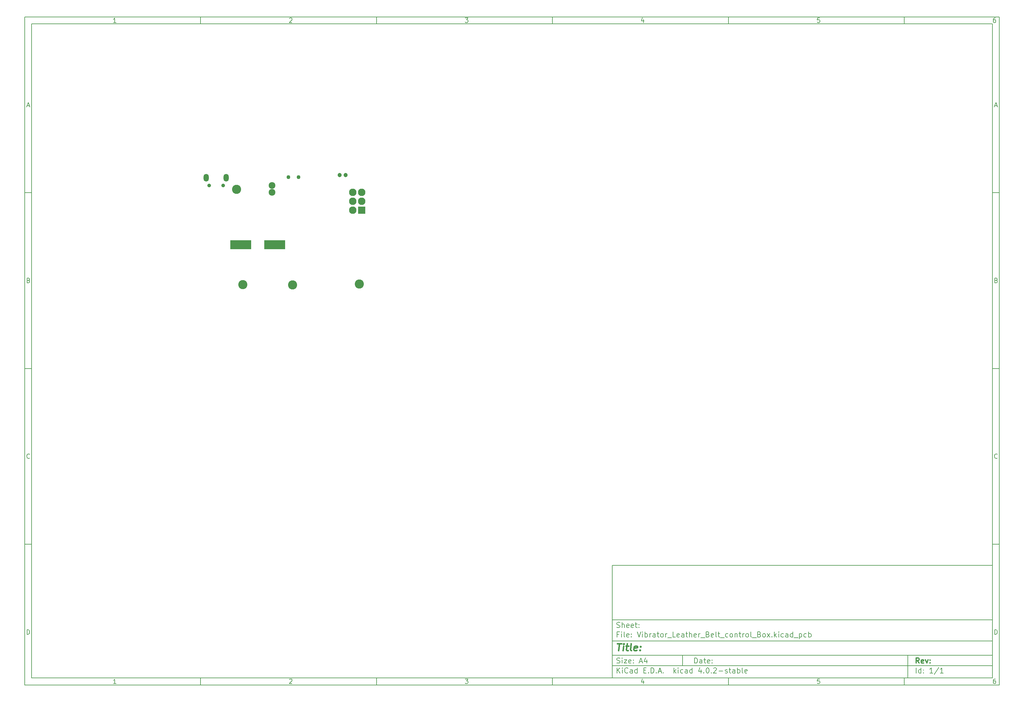
<source format=gbs>
G04 #@! TF.FileFunction,Soldermask,Bot*
%FSLAX46Y46*%
G04 Gerber Fmt 4.6, Leading zero omitted, Abs format (unit mm)*
G04 Created by KiCad (PCBNEW 4.0.2-stable) date 2016 October 13, Thursday 23:14:49*
%MOMM*%
G01*
G04 APERTURE LIST*
%ADD10C,0.100000*%
%ADD11C,0.150000*%
%ADD12C,0.300000*%
%ADD13C,0.400000*%
%ADD14O,1.450000X2.200000*%
%ADD15C,1.050000*%
%ADD16C,1.924000*%
%ADD17C,2.600000*%
%ADD18R,2.127200X2.127200*%
%ADD19O,2.127200X2.127200*%
%ADD20C,1.100000*%
%ADD21C,1.200000*%
%ADD22R,6.000700X2.500580*%
G04 APERTURE END LIST*
D10*
D11*
X177002200Y-166007200D02*
X177002200Y-198007200D01*
X285002200Y-198007200D01*
X285002200Y-166007200D01*
X177002200Y-166007200D01*
D10*
D11*
X10000000Y-10000000D02*
X10000000Y-200007200D01*
X287002200Y-200007200D01*
X287002200Y-10000000D01*
X10000000Y-10000000D01*
D10*
D11*
X12000000Y-12000000D02*
X12000000Y-198007200D01*
X285002200Y-198007200D01*
X285002200Y-12000000D01*
X12000000Y-12000000D01*
D10*
D11*
X60000000Y-12000000D02*
X60000000Y-10000000D01*
D10*
D11*
X110000000Y-12000000D02*
X110000000Y-10000000D01*
D10*
D11*
X160000000Y-12000000D02*
X160000000Y-10000000D01*
D10*
D11*
X210000000Y-12000000D02*
X210000000Y-10000000D01*
D10*
D11*
X260000000Y-12000000D02*
X260000000Y-10000000D01*
D10*
D11*
X35990476Y-11588095D02*
X35247619Y-11588095D01*
X35619048Y-11588095D02*
X35619048Y-10288095D01*
X35495238Y-10473810D01*
X35371429Y-10597619D01*
X35247619Y-10659524D01*
D10*
D11*
X85247619Y-10411905D02*
X85309524Y-10350000D01*
X85433333Y-10288095D01*
X85742857Y-10288095D01*
X85866667Y-10350000D01*
X85928571Y-10411905D01*
X85990476Y-10535714D01*
X85990476Y-10659524D01*
X85928571Y-10845238D01*
X85185714Y-11588095D01*
X85990476Y-11588095D01*
D10*
D11*
X135185714Y-10288095D02*
X135990476Y-10288095D01*
X135557143Y-10783333D01*
X135742857Y-10783333D01*
X135866667Y-10845238D01*
X135928571Y-10907143D01*
X135990476Y-11030952D01*
X135990476Y-11340476D01*
X135928571Y-11464286D01*
X135866667Y-11526190D01*
X135742857Y-11588095D01*
X135371429Y-11588095D01*
X135247619Y-11526190D01*
X135185714Y-11464286D01*
D10*
D11*
X185866667Y-10721429D02*
X185866667Y-11588095D01*
X185557143Y-10226190D02*
X185247619Y-11154762D01*
X186052381Y-11154762D01*
D10*
D11*
X235928571Y-10288095D02*
X235309524Y-10288095D01*
X235247619Y-10907143D01*
X235309524Y-10845238D01*
X235433333Y-10783333D01*
X235742857Y-10783333D01*
X235866667Y-10845238D01*
X235928571Y-10907143D01*
X235990476Y-11030952D01*
X235990476Y-11340476D01*
X235928571Y-11464286D01*
X235866667Y-11526190D01*
X235742857Y-11588095D01*
X235433333Y-11588095D01*
X235309524Y-11526190D01*
X235247619Y-11464286D01*
D10*
D11*
X285866667Y-10288095D02*
X285619048Y-10288095D01*
X285495238Y-10350000D01*
X285433333Y-10411905D01*
X285309524Y-10597619D01*
X285247619Y-10845238D01*
X285247619Y-11340476D01*
X285309524Y-11464286D01*
X285371429Y-11526190D01*
X285495238Y-11588095D01*
X285742857Y-11588095D01*
X285866667Y-11526190D01*
X285928571Y-11464286D01*
X285990476Y-11340476D01*
X285990476Y-11030952D01*
X285928571Y-10907143D01*
X285866667Y-10845238D01*
X285742857Y-10783333D01*
X285495238Y-10783333D01*
X285371429Y-10845238D01*
X285309524Y-10907143D01*
X285247619Y-11030952D01*
D10*
D11*
X60000000Y-198007200D02*
X60000000Y-200007200D01*
D10*
D11*
X110000000Y-198007200D02*
X110000000Y-200007200D01*
D10*
D11*
X160000000Y-198007200D02*
X160000000Y-200007200D01*
D10*
D11*
X210000000Y-198007200D02*
X210000000Y-200007200D01*
D10*
D11*
X260000000Y-198007200D02*
X260000000Y-200007200D01*
D10*
D11*
X35990476Y-199595295D02*
X35247619Y-199595295D01*
X35619048Y-199595295D02*
X35619048Y-198295295D01*
X35495238Y-198481010D01*
X35371429Y-198604819D01*
X35247619Y-198666724D01*
D10*
D11*
X85247619Y-198419105D02*
X85309524Y-198357200D01*
X85433333Y-198295295D01*
X85742857Y-198295295D01*
X85866667Y-198357200D01*
X85928571Y-198419105D01*
X85990476Y-198542914D01*
X85990476Y-198666724D01*
X85928571Y-198852438D01*
X85185714Y-199595295D01*
X85990476Y-199595295D01*
D10*
D11*
X135185714Y-198295295D02*
X135990476Y-198295295D01*
X135557143Y-198790533D01*
X135742857Y-198790533D01*
X135866667Y-198852438D01*
X135928571Y-198914343D01*
X135990476Y-199038152D01*
X135990476Y-199347676D01*
X135928571Y-199471486D01*
X135866667Y-199533390D01*
X135742857Y-199595295D01*
X135371429Y-199595295D01*
X135247619Y-199533390D01*
X135185714Y-199471486D01*
D10*
D11*
X185866667Y-198728629D02*
X185866667Y-199595295D01*
X185557143Y-198233390D02*
X185247619Y-199161962D01*
X186052381Y-199161962D01*
D10*
D11*
X235928571Y-198295295D02*
X235309524Y-198295295D01*
X235247619Y-198914343D01*
X235309524Y-198852438D01*
X235433333Y-198790533D01*
X235742857Y-198790533D01*
X235866667Y-198852438D01*
X235928571Y-198914343D01*
X235990476Y-199038152D01*
X235990476Y-199347676D01*
X235928571Y-199471486D01*
X235866667Y-199533390D01*
X235742857Y-199595295D01*
X235433333Y-199595295D01*
X235309524Y-199533390D01*
X235247619Y-199471486D01*
D10*
D11*
X285866667Y-198295295D02*
X285619048Y-198295295D01*
X285495238Y-198357200D01*
X285433333Y-198419105D01*
X285309524Y-198604819D01*
X285247619Y-198852438D01*
X285247619Y-199347676D01*
X285309524Y-199471486D01*
X285371429Y-199533390D01*
X285495238Y-199595295D01*
X285742857Y-199595295D01*
X285866667Y-199533390D01*
X285928571Y-199471486D01*
X285990476Y-199347676D01*
X285990476Y-199038152D01*
X285928571Y-198914343D01*
X285866667Y-198852438D01*
X285742857Y-198790533D01*
X285495238Y-198790533D01*
X285371429Y-198852438D01*
X285309524Y-198914343D01*
X285247619Y-199038152D01*
D10*
D11*
X10000000Y-60000000D02*
X12000000Y-60000000D01*
D10*
D11*
X10000000Y-110000000D02*
X12000000Y-110000000D01*
D10*
D11*
X10000000Y-160000000D02*
X12000000Y-160000000D01*
D10*
D11*
X10690476Y-35216667D02*
X11309524Y-35216667D01*
X10566667Y-35588095D02*
X11000000Y-34288095D01*
X11433333Y-35588095D01*
D10*
D11*
X11092857Y-84907143D02*
X11278571Y-84969048D01*
X11340476Y-85030952D01*
X11402381Y-85154762D01*
X11402381Y-85340476D01*
X11340476Y-85464286D01*
X11278571Y-85526190D01*
X11154762Y-85588095D01*
X10659524Y-85588095D01*
X10659524Y-84288095D01*
X11092857Y-84288095D01*
X11216667Y-84350000D01*
X11278571Y-84411905D01*
X11340476Y-84535714D01*
X11340476Y-84659524D01*
X11278571Y-84783333D01*
X11216667Y-84845238D01*
X11092857Y-84907143D01*
X10659524Y-84907143D01*
D10*
D11*
X11402381Y-135464286D02*
X11340476Y-135526190D01*
X11154762Y-135588095D01*
X11030952Y-135588095D01*
X10845238Y-135526190D01*
X10721429Y-135402381D01*
X10659524Y-135278571D01*
X10597619Y-135030952D01*
X10597619Y-134845238D01*
X10659524Y-134597619D01*
X10721429Y-134473810D01*
X10845238Y-134350000D01*
X11030952Y-134288095D01*
X11154762Y-134288095D01*
X11340476Y-134350000D01*
X11402381Y-134411905D01*
D10*
D11*
X10659524Y-185588095D02*
X10659524Y-184288095D01*
X10969048Y-184288095D01*
X11154762Y-184350000D01*
X11278571Y-184473810D01*
X11340476Y-184597619D01*
X11402381Y-184845238D01*
X11402381Y-185030952D01*
X11340476Y-185278571D01*
X11278571Y-185402381D01*
X11154762Y-185526190D01*
X10969048Y-185588095D01*
X10659524Y-185588095D01*
D10*
D11*
X287002200Y-60000000D02*
X285002200Y-60000000D01*
D10*
D11*
X287002200Y-110000000D02*
X285002200Y-110000000D01*
D10*
D11*
X287002200Y-160000000D02*
X285002200Y-160000000D01*
D10*
D11*
X285692676Y-35216667D02*
X286311724Y-35216667D01*
X285568867Y-35588095D02*
X286002200Y-34288095D01*
X286435533Y-35588095D01*
D10*
D11*
X286095057Y-84907143D02*
X286280771Y-84969048D01*
X286342676Y-85030952D01*
X286404581Y-85154762D01*
X286404581Y-85340476D01*
X286342676Y-85464286D01*
X286280771Y-85526190D01*
X286156962Y-85588095D01*
X285661724Y-85588095D01*
X285661724Y-84288095D01*
X286095057Y-84288095D01*
X286218867Y-84350000D01*
X286280771Y-84411905D01*
X286342676Y-84535714D01*
X286342676Y-84659524D01*
X286280771Y-84783333D01*
X286218867Y-84845238D01*
X286095057Y-84907143D01*
X285661724Y-84907143D01*
D10*
D11*
X286404581Y-135464286D02*
X286342676Y-135526190D01*
X286156962Y-135588095D01*
X286033152Y-135588095D01*
X285847438Y-135526190D01*
X285723629Y-135402381D01*
X285661724Y-135278571D01*
X285599819Y-135030952D01*
X285599819Y-134845238D01*
X285661724Y-134597619D01*
X285723629Y-134473810D01*
X285847438Y-134350000D01*
X286033152Y-134288095D01*
X286156962Y-134288095D01*
X286342676Y-134350000D01*
X286404581Y-134411905D01*
D10*
D11*
X285661724Y-185588095D02*
X285661724Y-184288095D01*
X285971248Y-184288095D01*
X286156962Y-184350000D01*
X286280771Y-184473810D01*
X286342676Y-184597619D01*
X286404581Y-184845238D01*
X286404581Y-185030952D01*
X286342676Y-185278571D01*
X286280771Y-185402381D01*
X286156962Y-185526190D01*
X285971248Y-185588095D01*
X285661724Y-185588095D01*
D10*
D11*
X200359343Y-193785771D02*
X200359343Y-192285771D01*
X200716486Y-192285771D01*
X200930771Y-192357200D01*
X201073629Y-192500057D01*
X201145057Y-192642914D01*
X201216486Y-192928629D01*
X201216486Y-193142914D01*
X201145057Y-193428629D01*
X201073629Y-193571486D01*
X200930771Y-193714343D01*
X200716486Y-193785771D01*
X200359343Y-193785771D01*
X202502200Y-193785771D02*
X202502200Y-193000057D01*
X202430771Y-192857200D01*
X202287914Y-192785771D01*
X202002200Y-192785771D01*
X201859343Y-192857200D01*
X202502200Y-193714343D02*
X202359343Y-193785771D01*
X202002200Y-193785771D01*
X201859343Y-193714343D01*
X201787914Y-193571486D01*
X201787914Y-193428629D01*
X201859343Y-193285771D01*
X202002200Y-193214343D01*
X202359343Y-193214343D01*
X202502200Y-193142914D01*
X203002200Y-192785771D02*
X203573629Y-192785771D01*
X203216486Y-192285771D02*
X203216486Y-193571486D01*
X203287914Y-193714343D01*
X203430772Y-193785771D01*
X203573629Y-193785771D01*
X204645057Y-193714343D02*
X204502200Y-193785771D01*
X204216486Y-193785771D01*
X204073629Y-193714343D01*
X204002200Y-193571486D01*
X204002200Y-193000057D01*
X204073629Y-192857200D01*
X204216486Y-192785771D01*
X204502200Y-192785771D01*
X204645057Y-192857200D01*
X204716486Y-193000057D01*
X204716486Y-193142914D01*
X204002200Y-193285771D01*
X205359343Y-193642914D02*
X205430771Y-193714343D01*
X205359343Y-193785771D01*
X205287914Y-193714343D01*
X205359343Y-193642914D01*
X205359343Y-193785771D01*
X205359343Y-192857200D02*
X205430771Y-192928629D01*
X205359343Y-193000057D01*
X205287914Y-192928629D01*
X205359343Y-192857200D01*
X205359343Y-193000057D01*
D10*
D11*
X177002200Y-194507200D02*
X285002200Y-194507200D01*
D10*
D11*
X178359343Y-196585771D02*
X178359343Y-195085771D01*
X179216486Y-196585771D02*
X178573629Y-195728629D01*
X179216486Y-195085771D02*
X178359343Y-195942914D01*
X179859343Y-196585771D02*
X179859343Y-195585771D01*
X179859343Y-195085771D02*
X179787914Y-195157200D01*
X179859343Y-195228629D01*
X179930771Y-195157200D01*
X179859343Y-195085771D01*
X179859343Y-195228629D01*
X181430772Y-196442914D02*
X181359343Y-196514343D01*
X181145057Y-196585771D01*
X181002200Y-196585771D01*
X180787915Y-196514343D01*
X180645057Y-196371486D01*
X180573629Y-196228629D01*
X180502200Y-195942914D01*
X180502200Y-195728629D01*
X180573629Y-195442914D01*
X180645057Y-195300057D01*
X180787915Y-195157200D01*
X181002200Y-195085771D01*
X181145057Y-195085771D01*
X181359343Y-195157200D01*
X181430772Y-195228629D01*
X182716486Y-196585771D02*
X182716486Y-195800057D01*
X182645057Y-195657200D01*
X182502200Y-195585771D01*
X182216486Y-195585771D01*
X182073629Y-195657200D01*
X182716486Y-196514343D02*
X182573629Y-196585771D01*
X182216486Y-196585771D01*
X182073629Y-196514343D01*
X182002200Y-196371486D01*
X182002200Y-196228629D01*
X182073629Y-196085771D01*
X182216486Y-196014343D01*
X182573629Y-196014343D01*
X182716486Y-195942914D01*
X184073629Y-196585771D02*
X184073629Y-195085771D01*
X184073629Y-196514343D02*
X183930772Y-196585771D01*
X183645058Y-196585771D01*
X183502200Y-196514343D01*
X183430772Y-196442914D01*
X183359343Y-196300057D01*
X183359343Y-195871486D01*
X183430772Y-195728629D01*
X183502200Y-195657200D01*
X183645058Y-195585771D01*
X183930772Y-195585771D01*
X184073629Y-195657200D01*
X185930772Y-195800057D02*
X186430772Y-195800057D01*
X186645058Y-196585771D02*
X185930772Y-196585771D01*
X185930772Y-195085771D01*
X186645058Y-195085771D01*
X187287915Y-196442914D02*
X187359343Y-196514343D01*
X187287915Y-196585771D01*
X187216486Y-196514343D01*
X187287915Y-196442914D01*
X187287915Y-196585771D01*
X188002201Y-196585771D02*
X188002201Y-195085771D01*
X188359344Y-195085771D01*
X188573629Y-195157200D01*
X188716487Y-195300057D01*
X188787915Y-195442914D01*
X188859344Y-195728629D01*
X188859344Y-195942914D01*
X188787915Y-196228629D01*
X188716487Y-196371486D01*
X188573629Y-196514343D01*
X188359344Y-196585771D01*
X188002201Y-196585771D01*
X189502201Y-196442914D02*
X189573629Y-196514343D01*
X189502201Y-196585771D01*
X189430772Y-196514343D01*
X189502201Y-196442914D01*
X189502201Y-196585771D01*
X190145058Y-196157200D02*
X190859344Y-196157200D01*
X190002201Y-196585771D02*
X190502201Y-195085771D01*
X191002201Y-196585771D01*
X191502201Y-196442914D02*
X191573629Y-196514343D01*
X191502201Y-196585771D01*
X191430772Y-196514343D01*
X191502201Y-196442914D01*
X191502201Y-196585771D01*
X194502201Y-196585771D02*
X194502201Y-195085771D01*
X194645058Y-196014343D02*
X195073629Y-196585771D01*
X195073629Y-195585771D02*
X194502201Y-196157200D01*
X195716487Y-196585771D02*
X195716487Y-195585771D01*
X195716487Y-195085771D02*
X195645058Y-195157200D01*
X195716487Y-195228629D01*
X195787915Y-195157200D01*
X195716487Y-195085771D01*
X195716487Y-195228629D01*
X197073630Y-196514343D02*
X196930773Y-196585771D01*
X196645059Y-196585771D01*
X196502201Y-196514343D01*
X196430773Y-196442914D01*
X196359344Y-196300057D01*
X196359344Y-195871486D01*
X196430773Y-195728629D01*
X196502201Y-195657200D01*
X196645059Y-195585771D01*
X196930773Y-195585771D01*
X197073630Y-195657200D01*
X198359344Y-196585771D02*
X198359344Y-195800057D01*
X198287915Y-195657200D01*
X198145058Y-195585771D01*
X197859344Y-195585771D01*
X197716487Y-195657200D01*
X198359344Y-196514343D02*
X198216487Y-196585771D01*
X197859344Y-196585771D01*
X197716487Y-196514343D01*
X197645058Y-196371486D01*
X197645058Y-196228629D01*
X197716487Y-196085771D01*
X197859344Y-196014343D01*
X198216487Y-196014343D01*
X198359344Y-195942914D01*
X199716487Y-196585771D02*
X199716487Y-195085771D01*
X199716487Y-196514343D02*
X199573630Y-196585771D01*
X199287916Y-196585771D01*
X199145058Y-196514343D01*
X199073630Y-196442914D01*
X199002201Y-196300057D01*
X199002201Y-195871486D01*
X199073630Y-195728629D01*
X199145058Y-195657200D01*
X199287916Y-195585771D01*
X199573630Y-195585771D01*
X199716487Y-195657200D01*
X202216487Y-195585771D02*
X202216487Y-196585771D01*
X201859344Y-195014343D02*
X201502201Y-196085771D01*
X202430773Y-196085771D01*
X203002201Y-196442914D02*
X203073629Y-196514343D01*
X203002201Y-196585771D01*
X202930772Y-196514343D01*
X203002201Y-196442914D01*
X203002201Y-196585771D01*
X204002201Y-195085771D02*
X204145058Y-195085771D01*
X204287915Y-195157200D01*
X204359344Y-195228629D01*
X204430773Y-195371486D01*
X204502201Y-195657200D01*
X204502201Y-196014343D01*
X204430773Y-196300057D01*
X204359344Y-196442914D01*
X204287915Y-196514343D01*
X204145058Y-196585771D01*
X204002201Y-196585771D01*
X203859344Y-196514343D01*
X203787915Y-196442914D01*
X203716487Y-196300057D01*
X203645058Y-196014343D01*
X203645058Y-195657200D01*
X203716487Y-195371486D01*
X203787915Y-195228629D01*
X203859344Y-195157200D01*
X204002201Y-195085771D01*
X205145058Y-196442914D02*
X205216486Y-196514343D01*
X205145058Y-196585771D01*
X205073629Y-196514343D01*
X205145058Y-196442914D01*
X205145058Y-196585771D01*
X205787915Y-195228629D02*
X205859344Y-195157200D01*
X206002201Y-195085771D01*
X206359344Y-195085771D01*
X206502201Y-195157200D01*
X206573630Y-195228629D01*
X206645058Y-195371486D01*
X206645058Y-195514343D01*
X206573630Y-195728629D01*
X205716487Y-196585771D01*
X206645058Y-196585771D01*
X207287915Y-196014343D02*
X208430772Y-196014343D01*
X209073629Y-196514343D02*
X209216486Y-196585771D01*
X209502201Y-196585771D01*
X209645058Y-196514343D01*
X209716486Y-196371486D01*
X209716486Y-196300057D01*
X209645058Y-196157200D01*
X209502201Y-196085771D01*
X209287915Y-196085771D01*
X209145058Y-196014343D01*
X209073629Y-195871486D01*
X209073629Y-195800057D01*
X209145058Y-195657200D01*
X209287915Y-195585771D01*
X209502201Y-195585771D01*
X209645058Y-195657200D01*
X210145058Y-195585771D02*
X210716487Y-195585771D01*
X210359344Y-195085771D02*
X210359344Y-196371486D01*
X210430772Y-196514343D01*
X210573630Y-196585771D01*
X210716487Y-196585771D01*
X211859344Y-196585771D02*
X211859344Y-195800057D01*
X211787915Y-195657200D01*
X211645058Y-195585771D01*
X211359344Y-195585771D01*
X211216487Y-195657200D01*
X211859344Y-196514343D02*
X211716487Y-196585771D01*
X211359344Y-196585771D01*
X211216487Y-196514343D01*
X211145058Y-196371486D01*
X211145058Y-196228629D01*
X211216487Y-196085771D01*
X211359344Y-196014343D01*
X211716487Y-196014343D01*
X211859344Y-195942914D01*
X212573630Y-196585771D02*
X212573630Y-195085771D01*
X212573630Y-195657200D02*
X212716487Y-195585771D01*
X213002201Y-195585771D01*
X213145058Y-195657200D01*
X213216487Y-195728629D01*
X213287916Y-195871486D01*
X213287916Y-196300057D01*
X213216487Y-196442914D01*
X213145058Y-196514343D01*
X213002201Y-196585771D01*
X212716487Y-196585771D01*
X212573630Y-196514343D01*
X214145059Y-196585771D02*
X214002201Y-196514343D01*
X213930773Y-196371486D01*
X213930773Y-195085771D01*
X215287915Y-196514343D02*
X215145058Y-196585771D01*
X214859344Y-196585771D01*
X214716487Y-196514343D01*
X214645058Y-196371486D01*
X214645058Y-195800057D01*
X214716487Y-195657200D01*
X214859344Y-195585771D01*
X215145058Y-195585771D01*
X215287915Y-195657200D01*
X215359344Y-195800057D01*
X215359344Y-195942914D01*
X214645058Y-196085771D01*
D10*
D11*
X177002200Y-191507200D02*
X285002200Y-191507200D01*
D10*
D12*
X264216486Y-193785771D02*
X263716486Y-193071486D01*
X263359343Y-193785771D02*
X263359343Y-192285771D01*
X263930771Y-192285771D01*
X264073629Y-192357200D01*
X264145057Y-192428629D01*
X264216486Y-192571486D01*
X264216486Y-192785771D01*
X264145057Y-192928629D01*
X264073629Y-193000057D01*
X263930771Y-193071486D01*
X263359343Y-193071486D01*
X265430771Y-193714343D02*
X265287914Y-193785771D01*
X265002200Y-193785771D01*
X264859343Y-193714343D01*
X264787914Y-193571486D01*
X264787914Y-193000057D01*
X264859343Y-192857200D01*
X265002200Y-192785771D01*
X265287914Y-192785771D01*
X265430771Y-192857200D01*
X265502200Y-193000057D01*
X265502200Y-193142914D01*
X264787914Y-193285771D01*
X266002200Y-192785771D02*
X266359343Y-193785771D01*
X266716485Y-192785771D01*
X267287914Y-193642914D02*
X267359342Y-193714343D01*
X267287914Y-193785771D01*
X267216485Y-193714343D01*
X267287914Y-193642914D01*
X267287914Y-193785771D01*
X267287914Y-192857200D02*
X267359342Y-192928629D01*
X267287914Y-193000057D01*
X267216485Y-192928629D01*
X267287914Y-192857200D01*
X267287914Y-193000057D01*
D10*
D11*
X178287914Y-193714343D02*
X178502200Y-193785771D01*
X178859343Y-193785771D01*
X179002200Y-193714343D01*
X179073629Y-193642914D01*
X179145057Y-193500057D01*
X179145057Y-193357200D01*
X179073629Y-193214343D01*
X179002200Y-193142914D01*
X178859343Y-193071486D01*
X178573629Y-193000057D01*
X178430771Y-192928629D01*
X178359343Y-192857200D01*
X178287914Y-192714343D01*
X178287914Y-192571486D01*
X178359343Y-192428629D01*
X178430771Y-192357200D01*
X178573629Y-192285771D01*
X178930771Y-192285771D01*
X179145057Y-192357200D01*
X179787914Y-193785771D02*
X179787914Y-192785771D01*
X179787914Y-192285771D02*
X179716485Y-192357200D01*
X179787914Y-192428629D01*
X179859342Y-192357200D01*
X179787914Y-192285771D01*
X179787914Y-192428629D01*
X180359343Y-192785771D02*
X181145057Y-192785771D01*
X180359343Y-193785771D01*
X181145057Y-193785771D01*
X182287914Y-193714343D02*
X182145057Y-193785771D01*
X181859343Y-193785771D01*
X181716486Y-193714343D01*
X181645057Y-193571486D01*
X181645057Y-193000057D01*
X181716486Y-192857200D01*
X181859343Y-192785771D01*
X182145057Y-192785771D01*
X182287914Y-192857200D01*
X182359343Y-193000057D01*
X182359343Y-193142914D01*
X181645057Y-193285771D01*
X183002200Y-193642914D02*
X183073628Y-193714343D01*
X183002200Y-193785771D01*
X182930771Y-193714343D01*
X183002200Y-193642914D01*
X183002200Y-193785771D01*
X183002200Y-192857200D02*
X183073628Y-192928629D01*
X183002200Y-193000057D01*
X182930771Y-192928629D01*
X183002200Y-192857200D01*
X183002200Y-193000057D01*
X184787914Y-193357200D02*
X185502200Y-193357200D01*
X184645057Y-193785771D02*
X185145057Y-192285771D01*
X185645057Y-193785771D01*
X186787914Y-192785771D02*
X186787914Y-193785771D01*
X186430771Y-192214343D02*
X186073628Y-193285771D01*
X187002200Y-193285771D01*
D10*
D11*
X263359343Y-196585771D02*
X263359343Y-195085771D01*
X264716486Y-196585771D02*
X264716486Y-195085771D01*
X264716486Y-196514343D02*
X264573629Y-196585771D01*
X264287915Y-196585771D01*
X264145057Y-196514343D01*
X264073629Y-196442914D01*
X264002200Y-196300057D01*
X264002200Y-195871486D01*
X264073629Y-195728629D01*
X264145057Y-195657200D01*
X264287915Y-195585771D01*
X264573629Y-195585771D01*
X264716486Y-195657200D01*
X265430772Y-196442914D02*
X265502200Y-196514343D01*
X265430772Y-196585771D01*
X265359343Y-196514343D01*
X265430772Y-196442914D01*
X265430772Y-196585771D01*
X265430772Y-195657200D02*
X265502200Y-195728629D01*
X265430772Y-195800057D01*
X265359343Y-195728629D01*
X265430772Y-195657200D01*
X265430772Y-195800057D01*
X268073629Y-196585771D02*
X267216486Y-196585771D01*
X267645058Y-196585771D02*
X267645058Y-195085771D01*
X267502201Y-195300057D01*
X267359343Y-195442914D01*
X267216486Y-195514343D01*
X269787914Y-195014343D02*
X268502200Y-196942914D01*
X271073629Y-196585771D02*
X270216486Y-196585771D01*
X270645058Y-196585771D02*
X270645058Y-195085771D01*
X270502201Y-195300057D01*
X270359343Y-195442914D01*
X270216486Y-195514343D01*
D10*
D11*
X177002200Y-187507200D02*
X285002200Y-187507200D01*
D10*
D13*
X178454581Y-188211962D02*
X179597438Y-188211962D01*
X178776010Y-190211962D02*
X179026010Y-188211962D01*
X180014105Y-190211962D02*
X180180771Y-188878629D01*
X180264105Y-188211962D02*
X180156962Y-188307200D01*
X180240295Y-188402438D01*
X180347439Y-188307200D01*
X180264105Y-188211962D01*
X180240295Y-188402438D01*
X180847438Y-188878629D02*
X181609343Y-188878629D01*
X181216486Y-188211962D02*
X181002200Y-189926248D01*
X181073630Y-190116724D01*
X181252201Y-190211962D01*
X181442677Y-190211962D01*
X182395058Y-190211962D02*
X182216487Y-190116724D01*
X182145057Y-189926248D01*
X182359343Y-188211962D01*
X183930772Y-190116724D02*
X183728391Y-190211962D01*
X183347439Y-190211962D01*
X183168867Y-190116724D01*
X183097438Y-189926248D01*
X183192676Y-189164343D01*
X183311724Y-188973867D01*
X183514105Y-188878629D01*
X183895057Y-188878629D01*
X184073629Y-188973867D01*
X184145057Y-189164343D01*
X184121248Y-189354819D01*
X183145057Y-189545295D01*
X184895057Y-190021486D02*
X184978392Y-190116724D01*
X184871248Y-190211962D01*
X184787915Y-190116724D01*
X184895057Y-190021486D01*
X184871248Y-190211962D01*
X185026010Y-188973867D02*
X185109344Y-189069105D01*
X185002200Y-189164343D01*
X184918867Y-189069105D01*
X185026010Y-188973867D01*
X185002200Y-189164343D01*
D10*
D11*
X178859343Y-185600057D02*
X178359343Y-185600057D01*
X178359343Y-186385771D02*
X178359343Y-184885771D01*
X179073629Y-184885771D01*
X179645057Y-186385771D02*
X179645057Y-185385771D01*
X179645057Y-184885771D02*
X179573628Y-184957200D01*
X179645057Y-185028629D01*
X179716485Y-184957200D01*
X179645057Y-184885771D01*
X179645057Y-185028629D01*
X180573629Y-186385771D02*
X180430771Y-186314343D01*
X180359343Y-186171486D01*
X180359343Y-184885771D01*
X181716485Y-186314343D02*
X181573628Y-186385771D01*
X181287914Y-186385771D01*
X181145057Y-186314343D01*
X181073628Y-186171486D01*
X181073628Y-185600057D01*
X181145057Y-185457200D01*
X181287914Y-185385771D01*
X181573628Y-185385771D01*
X181716485Y-185457200D01*
X181787914Y-185600057D01*
X181787914Y-185742914D01*
X181073628Y-185885771D01*
X182430771Y-186242914D02*
X182502199Y-186314343D01*
X182430771Y-186385771D01*
X182359342Y-186314343D01*
X182430771Y-186242914D01*
X182430771Y-186385771D01*
X182430771Y-185457200D02*
X182502199Y-185528629D01*
X182430771Y-185600057D01*
X182359342Y-185528629D01*
X182430771Y-185457200D01*
X182430771Y-185600057D01*
X184073628Y-184885771D02*
X184573628Y-186385771D01*
X185073628Y-184885771D01*
X185573628Y-186385771D02*
X185573628Y-185385771D01*
X185573628Y-184885771D02*
X185502199Y-184957200D01*
X185573628Y-185028629D01*
X185645056Y-184957200D01*
X185573628Y-184885771D01*
X185573628Y-185028629D01*
X186287914Y-186385771D02*
X186287914Y-184885771D01*
X186287914Y-185457200D02*
X186430771Y-185385771D01*
X186716485Y-185385771D01*
X186859342Y-185457200D01*
X186930771Y-185528629D01*
X187002200Y-185671486D01*
X187002200Y-186100057D01*
X186930771Y-186242914D01*
X186859342Y-186314343D01*
X186716485Y-186385771D01*
X186430771Y-186385771D01*
X186287914Y-186314343D01*
X187645057Y-186385771D02*
X187645057Y-185385771D01*
X187645057Y-185671486D02*
X187716485Y-185528629D01*
X187787914Y-185457200D01*
X187930771Y-185385771D01*
X188073628Y-185385771D01*
X189216485Y-186385771D02*
X189216485Y-185600057D01*
X189145056Y-185457200D01*
X189002199Y-185385771D01*
X188716485Y-185385771D01*
X188573628Y-185457200D01*
X189216485Y-186314343D02*
X189073628Y-186385771D01*
X188716485Y-186385771D01*
X188573628Y-186314343D01*
X188502199Y-186171486D01*
X188502199Y-186028629D01*
X188573628Y-185885771D01*
X188716485Y-185814343D01*
X189073628Y-185814343D01*
X189216485Y-185742914D01*
X189716485Y-185385771D02*
X190287914Y-185385771D01*
X189930771Y-184885771D02*
X189930771Y-186171486D01*
X190002199Y-186314343D01*
X190145057Y-186385771D01*
X190287914Y-186385771D01*
X191002200Y-186385771D02*
X190859342Y-186314343D01*
X190787914Y-186242914D01*
X190716485Y-186100057D01*
X190716485Y-185671486D01*
X190787914Y-185528629D01*
X190859342Y-185457200D01*
X191002200Y-185385771D01*
X191216485Y-185385771D01*
X191359342Y-185457200D01*
X191430771Y-185528629D01*
X191502200Y-185671486D01*
X191502200Y-186100057D01*
X191430771Y-186242914D01*
X191359342Y-186314343D01*
X191216485Y-186385771D01*
X191002200Y-186385771D01*
X192145057Y-186385771D02*
X192145057Y-185385771D01*
X192145057Y-185671486D02*
X192216485Y-185528629D01*
X192287914Y-185457200D01*
X192430771Y-185385771D01*
X192573628Y-185385771D01*
X192716485Y-186528629D02*
X193859342Y-186528629D01*
X194930771Y-186385771D02*
X194216485Y-186385771D01*
X194216485Y-184885771D01*
X196002199Y-186314343D02*
X195859342Y-186385771D01*
X195573628Y-186385771D01*
X195430771Y-186314343D01*
X195359342Y-186171486D01*
X195359342Y-185600057D01*
X195430771Y-185457200D01*
X195573628Y-185385771D01*
X195859342Y-185385771D01*
X196002199Y-185457200D01*
X196073628Y-185600057D01*
X196073628Y-185742914D01*
X195359342Y-185885771D01*
X197359342Y-186385771D02*
X197359342Y-185600057D01*
X197287913Y-185457200D01*
X197145056Y-185385771D01*
X196859342Y-185385771D01*
X196716485Y-185457200D01*
X197359342Y-186314343D02*
X197216485Y-186385771D01*
X196859342Y-186385771D01*
X196716485Y-186314343D01*
X196645056Y-186171486D01*
X196645056Y-186028629D01*
X196716485Y-185885771D01*
X196859342Y-185814343D01*
X197216485Y-185814343D01*
X197359342Y-185742914D01*
X197859342Y-185385771D02*
X198430771Y-185385771D01*
X198073628Y-184885771D02*
X198073628Y-186171486D01*
X198145056Y-186314343D01*
X198287914Y-186385771D01*
X198430771Y-186385771D01*
X198930771Y-186385771D02*
X198930771Y-184885771D01*
X199573628Y-186385771D02*
X199573628Y-185600057D01*
X199502199Y-185457200D01*
X199359342Y-185385771D01*
X199145057Y-185385771D01*
X199002199Y-185457200D01*
X198930771Y-185528629D01*
X200859342Y-186314343D02*
X200716485Y-186385771D01*
X200430771Y-186385771D01*
X200287914Y-186314343D01*
X200216485Y-186171486D01*
X200216485Y-185600057D01*
X200287914Y-185457200D01*
X200430771Y-185385771D01*
X200716485Y-185385771D01*
X200859342Y-185457200D01*
X200930771Y-185600057D01*
X200930771Y-185742914D01*
X200216485Y-185885771D01*
X201573628Y-186385771D02*
X201573628Y-185385771D01*
X201573628Y-185671486D02*
X201645056Y-185528629D01*
X201716485Y-185457200D01*
X201859342Y-185385771D01*
X202002199Y-185385771D01*
X202145056Y-186528629D02*
X203287913Y-186528629D01*
X204145056Y-185600057D02*
X204359342Y-185671486D01*
X204430770Y-185742914D01*
X204502199Y-185885771D01*
X204502199Y-186100057D01*
X204430770Y-186242914D01*
X204359342Y-186314343D01*
X204216484Y-186385771D01*
X203645056Y-186385771D01*
X203645056Y-184885771D01*
X204145056Y-184885771D01*
X204287913Y-184957200D01*
X204359342Y-185028629D01*
X204430770Y-185171486D01*
X204430770Y-185314343D01*
X204359342Y-185457200D01*
X204287913Y-185528629D01*
X204145056Y-185600057D01*
X203645056Y-185600057D01*
X205716484Y-186314343D02*
X205573627Y-186385771D01*
X205287913Y-186385771D01*
X205145056Y-186314343D01*
X205073627Y-186171486D01*
X205073627Y-185600057D01*
X205145056Y-185457200D01*
X205287913Y-185385771D01*
X205573627Y-185385771D01*
X205716484Y-185457200D01*
X205787913Y-185600057D01*
X205787913Y-185742914D01*
X205073627Y-185885771D01*
X206645056Y-186385771D02*
X206502198Y-186314343D01*
X206430770Y-186171486D01*
X206430770Y-184885771D01*
X207002198Y-185385771D02*
X207573627Y-185385771D01*
X207216484Y-184885771D02*
X207216484Y-186171486D01*
X207287912Y-186314343D01*
X207430770Y-186385771D01*
X207573627Y-186385771D01*
X207716484Y-186528629D02*
X208859341Y-186528629D01*
X209859341Y-186314343D02*
X209716484Y-186385771D01*
X209430770Y-186385771D01*
X209287912Y-186314343D01*
X209216484Y-186242914D01*
X209145055Y-186100057D01*
X209145055Y-185671486D01*
X209216484Y-185528629D01*
X209287912Y-185457200D01*
X209430770Y-185385771D01*
X209716484Y-185385771D01*
X209859341Y-185457200D01*
X210716484Y-186385771D02*
X210573626Y-186314343D01*
X210502198Y-186242914D01*
X210430769Y-186100057D01*
X210430769Y-185671486D01*
X210502198Y-185528629D01*
X210573626Y-185457200D01*
X210716484Y-185385771D01*
X210930769Y-185385771D01*
X211073626Y-185457200D01*
X211145055Y-185528629D01*
X211216484Y-185671486D01*
X211216484Y-186100057D01*
X211145055Y-186242914D01*
X211073626Y-186314343D01*
X210930769Y-186385771D01*
X210716484Y-186385771D01*
X211859341Y-185385771D02*
X211859341Y-186385771D01*
X211859341Y-185528629D02*
X211930769Y-185457200D01*
X212073627Y-185385771D01*
X212287912Y-185385771D01*
X212430769Y-185457200D01*
X212502198Y-185600057D01*
X212502198Y-186385771D01*
X213002198Y-185385771D02*
X213573627Y-185385771D01*
X213216484Y-184885771D02*
X213216484Y-186171486D01*
X213287912Y-186314343D01*
X213430770Y-186385771D01*
X213573627Y-186385771D01*
X214073627Y-186385771D02*
X214073627Y-185385771D01*
X214073627Y-185671486D02*
X214145055Y-185528629D01*
X214216484Y-185457200D01*
X214359341Y-185385771D01*
X214502198Y-185385771D01*
X215216484Y-186385771D02*
X215073626Y-186314343D01*
X215002198Y-186242914D01*
X214930769Y-186100057D01*
X214930769Y-185671486D01*
X215002198Y-185528629D01*
X215073626Y-185457200D01*
X215216484Y-185385771D01*
X215430769Y-185385771D01*
X215573626Y-185457200D01*
X215645055Y-185528629D01*
X215716484Y-185671486D01*
X215716484Y-186100057D01*
X215645055Y-186242914D01*
X215573626Y-186314343D01*
X215430769Y-186385771D01*
X215216484Y-186385771D01*
X216573627Y-186385771D02*
X216430769Y-186314343D01*
X216359341Y-186171486D01*
X216359341Y-184885771D01*
X216787912Y-186528629D02*
X217930769Y-186528629D01*
X218787912Y-185600057D02*
X219002198Y-185671486D01*
X219073626Y-185742914D01*
X219145055Y-185885771D01*
X219145055Y-186100057D01*
X219073626Y-186242914D01*
X219002198Y-186314343D01*
X218859340Y-186385771D01*
X218287912Y-186385771D01*
X218287912Y-184885771D01*
X218787912Y-184885771D01*
X218930769Y-184957200D01*
X219002198Y-185028629D01*
X219073626Y-185171486D01*
X219073626Y-185314343D01*
X219002198Y-185457200D01*
X218930769Y-185528629D01*
X218787912Y-185600057D01*
X218287912Y-185600057D01*
X220002198Y-186385771D02*
X219859340Y-186314343D01*
X219787912Y-186242914D01*
X219716483Y-186100057D01*
X219716483Y-185671486D01*
X219787912Y-185528629D01*
X219859340Y-185457200D01*
X220002198Y-185385771D01*
X220216483Y-185385771D01*
X220359340Y-185457200D01*
X220430769Y-185528629D01*
X220502198Y-185671486D01*
X220502198Y-186100057D01*
X220430769Y-186242914D01*
X220359340Y-186314343D01*
X220216483Y-186385771D01*
X220002198Y-186385771D01*
X221002198Y-186385771D02*
X221787912Y-185385771D01*
X221002198Y-185385771D02*
X221787912Y-186385771D01*
X222359341Y-186242914D02*
X222430769Y-186314343D01*
X222359341Y-186385771D01*
X222287912Y-186314343D01*
X222359341Y-186242914D01*
X222359341Y-186385771D01*
X223073627Y-186385771D02*
X223073627Y-184885771D01*
X223216484Y-185814343D02*
X223645055Y-186385771D01*
X223645055Y-185385771D02*
X223073627Y-185957200D01*
X224287913Y-186385771D02*
X224287913Y-185385771D01*
X224287913Y-184885771D02*
X224216484Y-184957200D01*
X224287913Y-185028629D01*
X224359341Y-184957200D01*
X224287913Y-184885771D01*
X224287913Y-185028629D01*
X225645056Y-186314343D02*
X225502199Y-186385771D01*
X225216485Y-186385771D01*
X225073627Y-186314343D01*
X225002199Y-186242914D01*
X224930770Y-186100057D01*
X224930770Y-185671486D01*
X225002199Y-185528629D01*
X225073627Y-185457200D01*
X225216485Y-185385771D01*
X225502199Y-185385771D01*
X225645056Y-185457200D01*
X226930770Y-186385771D02*
X226930770Y-185600057D01*
X226859341Y-185457200D01*
X226716484Y-185385771D01*
X226430770Y-185385771D01*
X226287913Y-185457200D01*
X226930770Y-186314343D02*
X226787913Y-186385771D01*
X226430770Y-186385771D01*
X226287913Y-186314343D01*
X226216484Y-186171486D01*
X226216484Y-186028629D01*
X226287913Y-185885771D01*
X226430770Y-185814343D01*
X226787913Y-185814343D01*
X226930770Y-185742914D01*
X228287913Y-186385771D02*
X228287913Y-184885771D01*
X228287913Y-186314343D02*
X228145056Y-186385771D01*
X227859342Y-186385771D01*
X227716484Y-186314343D01*
X227645056Y-186242914D01*
X227573627Y-186100057D01*
X227573627Y-185671486D01*
X227645056Y-185528629D01*
X227716484Y-185457200D01*
X227859342Y-185385771D01*
X228145056Y-185385771D01*
X228287913Y-185457200D01*
X228645056Y-186528629D02*
X229787913Y-186528629D01*
X230145056Y-185385771D02*
X230145056Y-186885771D01*
X230145056Y-185457200D02*
X230287913Y-185385771D01*
X230573627Y-185385771D01*
X230716484Y-185457200D01*
X230787913Y-185528629D01*
X230859342Y-185671486D01*
X230859342Y-186100057D01*
X230787913Y-186242914D01*
X230716484Y-186314343D01*
X230573627Y-186385771D01*
X230287913Y-186385771D01*
X230145056Y-186314343D01*
X232145056Y-186314343D02*
X232002199Y-186385771D01*
X231716485Y-186385771D01*
X231573627Y-186314343D01*
X231502199Y-186242914D01*
X231430770Y-186100057D01*
X231430770Y-185671486D01*
X231502199Y-185528629D01*
X231573627Y-185457200D01*
X231716485Y-185385771D01*
X232002199Y-185385771D01*
X232145056Y-185457200D01*
X232787913Y-186385771D02*
X232787913Y-184885771D01*
X232787913Y-185457200D02*
X232930770Y-185385771D01*
X233216484Y-185385771D01*
X233359341Y-185457200D01*
X233430770Y-185528629D01*
X233502199Y-185671486D01*
X233502199Y-186100057D01*
X233430770Y-186242914D01*
X233359341Y-186314343D01*
X233216484Y-186385771D01*
X232930770Y-186385771D01*
X232787913Y-186314343D01*
D10*
D11*
X177002200Y-181507200D02*
X285002200Y-181507200D01*
D10*
D11*
X178287914Y-183614343D02*
X178502200Y-183685771D01*
X178859343Y-183685771D01*
X179002200Y-183614343D01*
X179073629Y-183542914D01*
X179145057Y-183400057D01*
X179145057Y-183257200D01*
X179073629Y-183114343D01*
X179002200Y-183042914D01*
X178859343Y-182971486D01*
X178573629Y-182900057D01*
X178430771Y-182828629D01*
X178359343Y-182757200D01*
X178287914Y-182614343D01*
X178287914Y-182471486D01*
X178359343Y-182328629D01*
X178430771Y-182257200D01*
X178573629Y-182185771D01*
X178930771Y-182185771D01*
X179145057Y-182257200D01*
X179787914Y-183685771D02*
X179787914Y-182185771D01*
X180430771Y-183685771D02*
X180430771Y-182900057D01*
X180359342Y-182757200D01*
X180216485Y-182685771D01*
X180002200Y-182685771D01*
X179859342Y-182757200D01*
X179787914Y-182828629D01*
X181716485Y-183614343D02*
X181573628Y-183685771D01*
X181287914Y-183685771D01*
X181145057Y-183614343D01*
X181073628Y-183471486D01*
X181073628Y-182900057D01*
X181145057Y-182757200D01*
X181287914Y-182685771D01*
X181573628Y-182685771D01*
X181716485Y-182757200D01*
X181787914Y-182900057D01*
X181787914Y-183042914D01*
X181073628Y-183185771D01*
X183002199Y-183614343D02*
X182859342Y-183685771D01*
X182573628Y-183685771D01*
X182430771Y-183614343D01*
X182359342Y-183471486D01*
X182359342Y-182900057D01*
X182430771Y-182757200D01*
X182573628Y-182685771D01*
X182859342Y-182685771D01*
X183002199Y-182757200D01*
X183073628Y-182900057D01*
X183073628Y-183042914D01*
X182359342Y-183185771D01*
X183502199Y-182685771D02*
X184073628Y-182685771D01*
X183716485Y-182185771D02*
X183716485Y-183471486D01*
X183787913Y-183614343D01*
X183930771Y-183685771D01*
X184073628Y-183685771D01*
X184573628Y-183542914D02*
X184645056Y-183614343D01*
X184573628Y-183685771D01*
X184502199Y-183614343D01*
X184573628Y-183542914D01*
X184573628Y-183685771D01*
X184573628Y-182757200D02*
X184645056Y-182828629D01*
X184573628Y-182900057D01*
X184502199Y-182828629D01*
X184573628Y-182757200D01*
X184573628Y-182900057D01*
D10*
D11*
X197002200Y-191507200D02*
X197002200Y-194507200D01*
D10*
D11*
X261002200Y-191507200D02*
X261002200Y-198007200D01*
D14*
X61575000Y-55750000D03*
X67225000Y-55750000D03*
D15*
X62400000Y-57900000D03*
X66400000Y-57900000D03*
D16*
X80300000Y-57900000D03*
X80300000Y-59900000D03*
D17*
X70200000Y-59000000D03*
X86100000Y-86200000D03*
X72000000Y-86100000D03*
D18*
X105750000Y-65000000D03*
D19*
X103210000Y-65000000D03*
X105750000Y-62460000D03*
X103210000Y-62460000D03*
X105750000Y-59920000D03*
X103210000Y-59920000D03*
D20*
X84950000Y-55600000D03*
X87850000Y-55600000D03*
D21*
X99550000Y-55000000D03*
X101250000Y-55000000D03*
D17*
X105100000Y-86000000D03*
D22*
X81098860Y-74750000D03*
X71401140Y-74750000D03*
M02*

</source>
